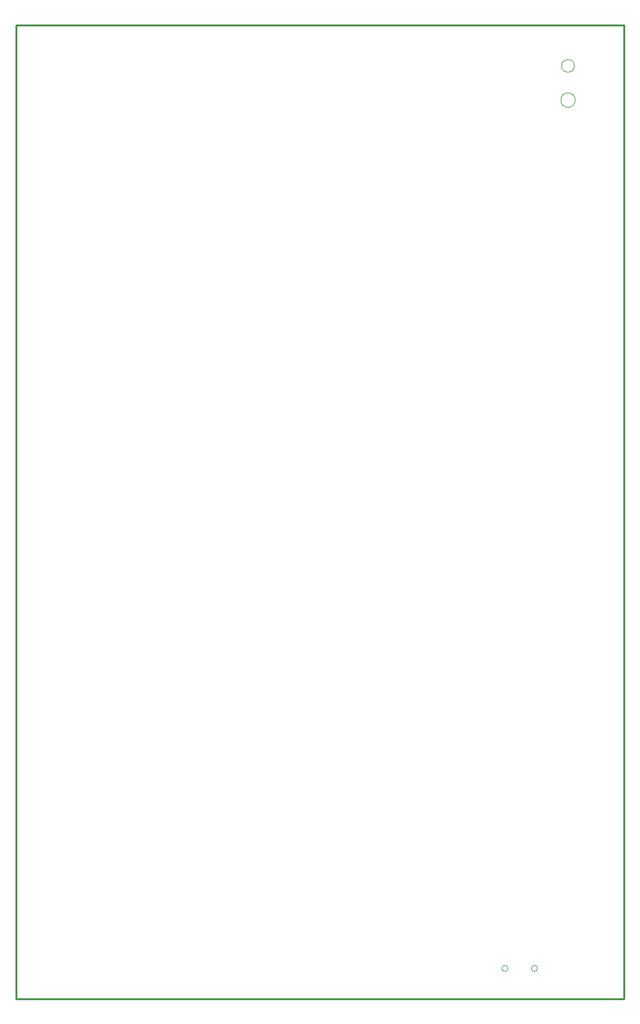
<source format=gko>
%FSLAX25Y25*%
%MOIN*%
G70*
G01*
G75*
G04 Layer_Color=16711935*
%ADD10C,0.03000*%
%ADD11C,0.00800*%
%ADD12C,0.02000*%
%ADD13C,0.01181*%
%ADD14C,0.02362*%
%ADD15C,0.01969*%
%ADD16C,0.01200*%
%ADD17C,0.01500*%
%ADD18C,0.01000*%
%ADD19C,0.01100*%
%ADD20C,0.04000*%
%ADD21C,0.03200*%
%ADD22C,0.03937*%
%ADD23C,0.01575*%
%ADD24C,0.00787*%
%ADD25C,0.00800*%
%ADD26C,0.02000*%
%ADD27C,0.10000*%
%ADD28R,0.05512X0.04331*%
%ADD29R,0.04331X0.10236*%
%ADD30R,0.04331X0.05512*%
%ADD31R,0.03543X0.02756*%
%ADD32R,0.03150X0.03543*%
%ADD33R,0.02756X0.03543*%
%ADD34R,0.02362X0.02362*%
%ADD35R,0.03543X0.03150*%
%ADD36R,0.02362X0.01969*%
%ADD37R,0.03000X0.03000*%
%ADD38C,0.03150*%
%ADD39R,0.10236X0.09449*%
%ADD40R,0.07087X0.06299*%
%ADD41R,0.06299X0.07087*%
%ADD42R,0.01969X0.02362*%
%ADD43C,0.03937*%
%ADD44R,0.22047X0.22047*%
%ADD45O,0.00787X0.05118*%
%ADD46O,0.05118X0.00787*%
%ADD47R,0.06000X0.05000*%
%ADD48R,0.16535X0.12205*%
%ADD49R,0.18504X0.05906*%
%ADD50R,0.02756X0.04528*%
%ADD51R,0.03937X0.07087*%
%ADD52R,0.07480X0.16339*%
%ADD53R,0.09449X0.10236*%
%ADD54R,0.03000X0.03000*%
%ADD55R,0.04331X0.06693*%
%ADD56R,0.02362X0.02362*%
%ADD57R,0.10236X0.04331*%
%ADD58R,0.12205X0.16535*%
%ADD59R,0.05906X0.18504*%
%ADD60R,0.04528X0.02756*%
%ADD61C,0.03000*%
%ADD62R,0.06693X0.04331*%
%ADD63R,0.19488X0.11594*%
%ADD64R,0.01102X0.02756*%
%ADD65R,0.06299X0.09449*%
%ADD66R,0.03347X0.01102*%
%ADD67R,0.08661X0.05512*%
%ADD68R,0.09449X0.11024*%
%ADD69O,0.01575X0.08268*%
%ADD70O,0.01378X0.08268*%
%ADD71R,0.07087X0.05906*%
%ADD72R,0.03937X0.03740*%
%ADD73O,0.04528X0.00787*%
%ADD74O,0.00787X0.04528*%
%ADD75R,0.08268X0.08268*%
%ADD76R,0.02559X0.03543*%
%ADD77R,0.06102X0.04331*%
%ADD78R,0.06102X0.04331*%
%ADD79R,0.06102X0.13583*%
%ADD80R,0.07087X0.03937*%
%ADD81C,0.00780*%
%ADD82R,0.42300X0.07600*%
%ADD83R,0.72700X0.09700*%
%ADD84R,0.46300X0.11900*%
%ADD85R,0.46400X0.11900*%
%ADD86R,0.19500X0.45500*%
%ADD87R,0.60476X0.09600*%
%ADD88C,0.23622*%
%ADD89C,0.25590*%
%ADD90R,0.05906X0.05906*%
%ADD91C,0.05906*%
%ADD92R,0.04724X0.07087*%
%ADD93O,0.05906X0.03937*%
%ADD94C,0.02400*%
%ADD95C,0.02800*%
%ADD96C,0.03200*%
%ADD97C,0.02362*%
%ADD98C,0.01600*%
%ADD99C,0.00394*%
%ADD100C,0.00984*%
%ADD101C,0.00600*%
%ADD102C,0.00039*%
%ADD103C,0.00591*%
%ADD104C,0.00500*%
%ADD105R,0.02165X0.09449*%
%ADD106R,0.07874X0.07874*%
%ADD107R,0.09449X0.02165*%
%ADD108R,0.05906X0.02165*%
%ADD109R,0.04300X0.04100*%
%ADD110R,0.03898X0.01654*%
%ADD111R,0.06312X0.05131*%
%ADD112R,0.05131X0.11036*%
%ADD113R,0.05131X0.06312*%
%ADD114R,0.04343X0.03556*%
%ADD115R,0.03950X0.04343*%
%ADD116R,0.03556X0.04343*%
%ADD117R,0.03162X0.03162*%
%ADD118R,0.04343X0.03950*%
%ADD119R,0.03162X0.02769*%
%ADD120R,0.03800X0.03800*%
%ADD121C,0.03950*%
%ADD122R,0.11036X0.10249*%
%ADD123R,0.07887X0.07099*%
%ADD124R,0.07099X0.07887*%
%ADD125R,0.02769X0.03162*%
%ADD126C,0.04737*%
%ADD127R,0.22847X0.22847*%
%ADD128O,0.01587X0.05918*%
%ADD129O,0.05918X0.01587*%
%ADD130R,0.06800X0.05800*%
%ADD131R,0.17335X0.13005*%
%ADD132R,0.19304X0.06706*%
%ADD133R,0.03556X0.05328*%
%ADD134R,0.04737X0.07887*%
%ADD135R,0.08280X0.17139*%
%ADD136R,0.10249X0.11036*%
%ADD137R,0.03800X0.03800*%
%ADD138R,0.05131X0.07493*%
%ADD139R,0.03162X0.03162*%
%ADD140R,0.11036X0.05131*%
%ADD141R,0.13005X0.17335*%
%ADD142R,0.06706X0.19304*%
%ADD143R,0.05328X0.03556*%
%ADD144C,0.03800*%
%ADD145R,0.07493X0.05131*%
%ADD146R,0.20288X0.12395*%
%ADD147R,0.09461X0.06312*%
%ADD148R,0.10249X0.11824*%
%ADD149O,0.02375X0.09068*%
%ADD150O,0.02178X0.09068*%
%ADD151R,0.07887X0.06706*%
%ADD152R,0.04737X0.04540*%
%ADD153O,0.05328X0.01587*%
%ADD154O,0.01587X0.05328*%
%ADD155R,0.09068X0.09068*%
%ADD156R,0.03359X0.04343*%
%ADD157R,0.06902X0.05131*%
%ADD158R,0.06902X0.05131*%
%ADD159R,0.06902X0.14383*%
%ADD160R,0.07887X0.04737*%
%ADD161C,0.24422*%
%ADD162C,0.26391*%
%ADD163R,0.06706X0.06706*%
%ADD164C,0.06706*%
%ADD165R,0.05524X0.07887*%
%ADD166O,0.06706X0.04737*%
%ADD167C,0.03600*%
%ADD168C,0.03162*%
%ADD169C,0.00197*%
D18*
X314961Y0D02*
Y503937D01*
X0Y0D02*
X314961D01*
Y308437D02*
Y503937D01*
X0Y0D02*
Y503937D01*
X314961D01*
D99*
X289307Y482745D02*
G03*
X289307Y482745I-3347J0D01*
G01*
X289701Y465028D02*
G03*
X289701Y465028I-3740J0D01*
G01*
D169*
X270152Y15657D02*
G03*
X270152Y15657I-1575J0D01*
G01*
X254798D02*
G03*
X254798Y15657I-1575J0D01*
G01*
M02*

</source>
